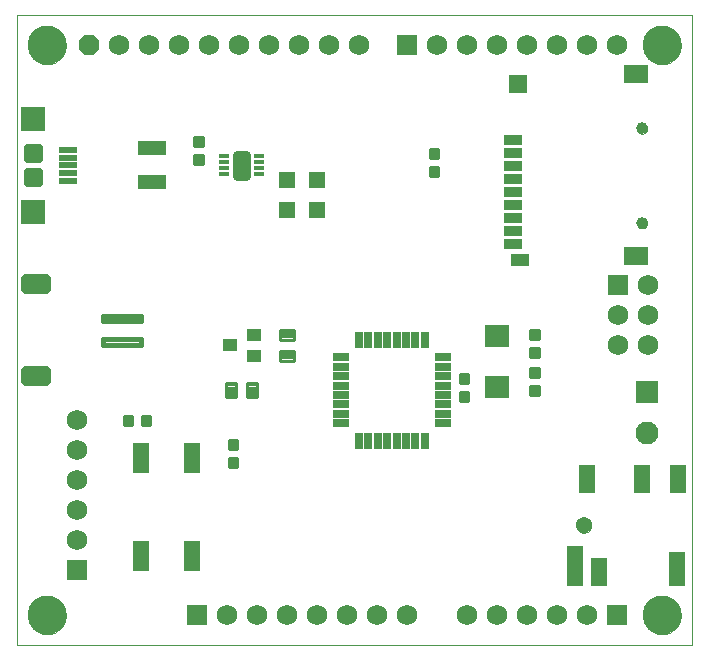
<source format=gts>
G75*
%MOIN*%
%OFA0B0*%
%FSLAX24Y24*%
%IPPOS*%
%LPD*%
%AMOC8*
5,1,8,0,0,1.08239X$1,22.5*
%
%ADD10C,0.0000*%
%ADD11C,0.1300*%
%ADD12R,0.0540X0.0260*%
%ADD13R,0.0260X0.0540*%
%ADD14R,0.0640X0.0340*%
%ADD15R,0.0640X0.0440*%
%ADD16R,0.0840X0.0640*%
%ADD17R,0.0640X0.0640*%
%ADD18C,0.0390*%
%ADD19C,0.0177*%
%ADD20C,0.0335*%
%ADD21C,0.0295*%
%ADD22R,0.0376X0.0158*%
%ADD23C,0.0097*%
%ADD24R,0.0490X0.0440*%
%ADD25R,0.0638X0.0190*%
%ADD26C,0.0192*%
%ADD27R,0.0788X0.0788*%
%ADD28R,0.0690X0.0690*%
%ADD29C,0.0690*%
%ADD30R,0.0540X0.1040*%
%ADD31R,0.0840X0.0740*%
%ADD32R,0.0540X0.1340*%
%ADD33R,0.0540X0.0940*%
%ADD34R,0.0540X0.1140*%
%ADD35C,0.0540*%
%ADD36R,0.0940X0.0490*%
%ADD37R,0.0540X0.0540*%
%ADD38C,0.0110*%
%ADD39R,0.0768X0.0768*%
%ADD40C,0.0768*%
%ADD41OC8,0.0690*%
D10*
X004872Y000861D02*
X027372Y000861D01*
X027372Y021861D01*
X004872Y021861D01*
X004872Y000861D01*
X005242Y001861D02*
X005244Y001911D01*
X005250Y001961D01*
X005260Y002010D01*
X005274Y002058D01*
X005291Y002105D01*
X005312Y002150D01*
X005337Y002194D01*
X005365Y002235D01*
X005397Y002274D01*
X005431Y002311D01*
X005468Y002345D01*
X005508Y002375D01*
X005550Y002402D01*
X005594Y002426D01*
X005640Y002447D01*
X005687Y002463D01*
X005735Y002476D01*
X005785Y002485D01*
X005834Y002490D01*
X005885Y002491D01*
X005935Y002488D01*
X005984Y002481D01*
X006033Y002470D01*
X006081Y002455D01*
X006127Y002437D01*
X006172Y002415D01*
X006215Y002389D01*
X006256Y002360D01*
X006295Y002328D01*
X006331Y002293D01*
X006363Y002255D01*
X006393Y002215D01*
X006420Y002172D01*
X006443Y002128D01*
X006462Y002082D01*
X006478Y002034D01*
X006490Y001985D01*
X006498Y001936D01*
X006502Y001886D01*
X006502Y001836D01*
X006498Y001786D01*
X006490Y001737D01*
X006478Y001688D01*
X006462Y001640D01*
X006443Y001594D01*
X006420Y001550D01*
X006393Y001507D01*
X006363Y001467D01*
X006331Y001429D01*
X006295Y001394D01*
X006256Y001362D01*
X006215Y001333D01*
X006172Y001307D01*
X006127Y001285D01*
X006081Y001267D01*
X006033Y001252D01*
X005984Y001241D01*
X005935Y001234D01*
X005885Y001231D01*
X005834Y001232D01*
X005785Y001237D01*
X005735Y001246D01*
X005687Y001259D01*
X005640Y001275D01*
X005594Y001296D01*
X005550Y001320D01*
X005508Y001347D01*
X005468Y001377D01*
X005431Y001411D01*
X005397Y001448D01*
X005365Y001487D01*
X005337Y001528D01*
X005312Y001572D01*
X005291Y001617D01*
X005274Y001664D01*
X005260Y001712D01*
X005250Y001761D01*
X005244Y001811D01*
X005242Y001861D01*
X023522Y004861D02*
X023524Y004892D01*
X023530Y004923D01*
X023540Y004953D01*
X023553Y004981D01*
X023570Y005008D01*
X023590Y005032D01*
X023613Y005054D01*
X023638Y005072D01*
X023666Y005087D01*
X023695Y005099D01*
X023725Y005107D01*
X023756Y005111D01*
X023788Y005111D01*
X023819Y005107D01*
X023849Y005099D01*
X023878Y005087D01*
X023906Y005072D01*
X023931Y005054D01*
X023954Y005032D01*
X023974Y005008D01*
X023991Y004981D01*
X024004Y004953D01*
X024014Y004923D01*
X024020Y004892D01*
X024022Y004861D01*
X024020Y004830D01*
X024014Y004799D01*
X024004Y004769D01*
X023991Y004741D01*
X023974Y004714D01*
X023954Y004690D01*
X023931Y004668D01*
X023906Y004650D01*
X023878Y004635D01*
X023849Y004623D01*
X023819Y004615D01*
X023788Y004611D01*
X023756Y004611D01*
X023725Y004615D01*
X023695Y004623D01*
X023666Y004635D01*
X023638Y004650D01*
X023613Y004668D01*
X023590Y004690D01*
X023570Y004714D01*
X023553Y004741D01*
X023540Y004769D01*
X023530Y004799D01*
X023524Y004830D01*
X023522Y004861D01*
X025742Y001861D02*
X025744Y001911D01*
X025750Y001961D01*
X025760Y002010D01*
X025774Y002058D01*
X025791Y002105D01*
X025812Y002150D01*
X025837Y002194D01*
X025865Y002235D01*
X025897Y002274D01*
X025931Y002311D01*
X025968Y002345D01*
X026008Y002375D01*
X026050Y002402D01*
X026094Y002426D01*
X026140Y002447D01*
X026187Y002463D01*
X026235Y002476D01*
X026285Y002485D01*
X026334Y002490D01*
X026385Y002491D01*
X026435Y002488D01*
X026484Y002481D01*
X026533Y002470D01*
X026581Y002455D01*
X026627Y002437D01*
X026672Y002415D01*
X026715Y002389D01*
X026756Y002360D01*
X026795Y002328D01*
X026831Y002293D01*
X026863Y002255D01*
X026893Y002215D01*
X026920Y002172D01*
X026943Y002128D01*
X026962Y002082D01*
X026978Y002034D01*
X026990Y001985D01*
X026998Y001936D01*
X027002Y001886D01*
X027002Y001836D01*
X026998Y001786D01*
X026990Y001737D01*
X026978Y001688D01*
X026962Y001640D01*
X026943Y001594D01*
X026920Y001550D01*
X026893Y001507D01*
X026863Y001467D01*
X026831Y001429D01*
X026795Y001394D01*
X026756Y001362D01*
X026715Y001333D01*
X026672Y001307D01*
X026627Y001285D01*
X026581Y001267D01*
X026533Y001252D01*
X026484Y001241D01*
X026435Y001234D01*
X026385Y001231D01*
X026334Y001232D01*
X026285Y001237D01*
X026235Y001246D01*
X026187Y001259D01*
X026140Y001275D01*
X026094Y001296D01*
X026050Y001320D01*
X026008Y001347D01*
X025968Y001377D01*
X025931Y001411D01*
X025897Y001448D01*
X025865Y001487D01*
X025837Y001528D01*
X025812Y001572D01*
X025791Y001617D01*
X025774Y001664D01*
X025760Y001712D01*
X025750Y001761D01*
X025744Y001811D01*
X025742Y001861D01*
X025538Y014937D02*
X025540Y014963D01*
X025546Y014989D01*
X025555Y015013D01*
X025568Y015036D01*
X025585Y015056D01*
X025604Y015074D01*
X025626Y015089D01*
X025649Y015100D01*
X025674Y015108D01*
X025700Y015112D01*
X025726Y015112D01*
X025752Y015108D01*
X025777Y015100D01*
X025801Y015089D01*
X025822Y015074D01*
X025841Y015056D01*
X025858Y015036D01*
X025871Y015013D01*
X025880Y014989D01*
X025886Y014963D01*
X025888Y014937D01*
X025886Y014911D01*
X025880Y014885D01*
X025871Y014861D01*
X025858Y014838D01*
X025841Y014818D01*
X025822Y014800D01*
X025800Y014785D01*
X025777Y014774D01*
X025752Y014766D01*
X025726Y014762D01*
X025700Y014762D01*
X025674Y014766D01*
X025649Y014774D01*
X025625Y014785D01*
X025604Y014800D01*
X025585Y014818D01*
X025568Y014838D01*
X025555Y014861D01*
X025546Y014885D01*
X025540Y014911D01*
X025538Y014937D01*
X025538Y018087D02*
X025540Y018113D01*
X025546Y018139D01*
X025555Y018163D01*
X025568Y018186D01*
X025585Y018206D01*
X025604Y018224D01*
X025626Y018239D01*
X025649Y018250D01*
X025674Y018258D01*
X025700Y018262D01*
X025726Y018262D01*
X025752Y018258D01*
X025777Y018250D01*
X025801Y018239D01*
X025822Y018224D01*
X025841Y018206D01*
X025858Y018186D01*
X025871Y018163D01*
X025880Y018139D01*
X025886Y018113D01*
X025888Y018087D01*
X025886Y018061D01*
X025880Y018035D01*
X025871Y018011D01*
X025858Y017988D01*
X025841Y017968D01*
X025822Y017950D01*
X025800Y017935D01*
X025777Y017924D01*
X025752Y017916D01*
X025726Y017912D01*
X025700Y017912D01*
X025674Y017916D01*
X025649Y017924D01*
X025625Y017935D01*
X025604Y017950D01*
X025585Y017968D01*
X025568Y017988D01*
X025555Y018011D01*
X025546Y018035D01*
X025540Y018061D01*
X025538Y018087D01*
X025742Y020861D02*
X025744Y020911D01*
X025750Y020961D01*
X025760Y021010D01*
X025774Y021058D01*
X025791Y021105D01*
X025812Y021150D01*
X025837Y021194D01*
X025865Y021235D01*
X025897Y021274D01*
X025931Y021311D01*
X025968Y021345D01*
X026008Y021375D01*
X026050Y021402D01*
X026094Y021426D01*
X026140Y021447D01*
X026187Y021463D01*
X026235Y021476D01*
X026285Y021485D01*
X026334Y021490D01*
X026385Y021491D01*
X026435Y021488D01*
X026484Y021481D01*
X026533Y021470D01*
X026581Y021455D01*
X026627Y021437D01*
X026672Y021415D01*
X026715Y021389D01*
X026756Y021360D01*
X026795Y021328D01*
X026831Y021293D01*
X026863Y021255D01*
X026893Y021215D01*
X026920Y021172D01*
X026943Y021128D01*
X026962Y021082D01*
X026978Y021034D01*
X026990Y020985D01*
X026998Y020936D01*
X027002Y020886D01*
X027002Y020836D01*
X026998Y020786D01*
X026990Y020737D01*
X026978Y020688D01*
X026962Y020640D01*
X026943Y020594D01*
X026920Y020550D01*
X026893Y020507D01*
X026863Y020467D01*
X026831Y020429D01*
X026795Y020394D01*
X026756Y020362D01*
X026715Y020333D01*
X026672Y020307D01*
X026627Y020285D01*
X026581Y020267D01*
X026533Y020252D01*
X026484Y020241D01*
X026435Y020234D01*
X026385Y020231D01*
X026334Y020232D01*
X026285Y020237D01*
X026235Y020246D01*
X026187Y020259D01*
X026140Y020275D01*
X026094Y020296D01*
X026050Y020320D01*
X026008Y020347D01*
X025968Y020377D01*
X025931Y020411D01*
X025897Y020448D01*
X025865Y020487D01*
X025837Y020528D01*
X025812Y020572D01*
X025791Y020617D01*
X025774Y020664D01*
X025760Y020712D01*
X025750Y020761D01*
X025744Y020811D01*
X025742Y020861D01*
X005242Y020861D02*
X005244Y020911D01*
X005250Y020961D01*
X005260Y021010D01*
X005274Y021058D01*
X005291Y021105D01*
X005312Y021150D01*
X005337Y021194D01*
X005365Y021235D01*
X005397Y021274D01*
X005431Y021311D01*
X005468Y021345D01*
X005508Y021375D01*
X005550Y021402D01*
X005594Y021426D01*
X005640Y021447D01*
X005687Y021463D01*
X005735Y021476D01*
X005785Y021485D01*
X005834Y021490D01*
X005885Y021491D01*
X005935Y021488D01*
X005984Y021481D01*
X006033Y021470D01*
X006081Y021455D01*
X006127Y021437D01*
X006172Y021415D01*
X006215Y021389D01*
X006256Y021360D01*
X006295Y021328D01*
X006331Y021293D01*
X006363Y021255D01*
X006393Y021215D01*
X006420Y021172D01*
X006443Y021128D01*
X006462Y021082D01*
X006478Y021034D01*
X006490Y020985D01*
X006498Y020936D01*
X006502Y020886D01*
X006502Y020836D01*
X006498Y020786D01*
X006490Y020737D01*
X006478Y020688D01*
X006462Y020640D01*
X006443Y020594D01*
X006420Y020550D01*
X006393Y020507D01*
X006363Y020467D01*
X006331Y020429D01*
X006295Y020394D01*
X006256Y020362D01*
X006215Y020333D01*
X006172Y020307D01*
X006127Y020285D01*
X006081Y020267D01*
X006033Y020252D01*
X005984Y020241D01*
X005935Y020234D01*
X005885Y020231D01*
X005834Y020232D01*
X005785Y020237D01*
X005735Y020246D01*
X005687Y020259D01*
X005640Y020275D01*
X005594Y020296D01*
X005550Y020320D01*
X005508Y020347D01*
X005468Y020377D01*
X005431Y020411D01*
X005397Y020448D01*
X005365Y020487D01*
X005337Y020528D01*
X005312Y020572D01*
X005291Y020617D01*
X005274Y020664D01*
X005260Y020712D01*
X005250Y020761D01*
X005244Y020811D01*
X005242Y020861D01*
D11*
X005872Y020861D03*
X026372Y020861D03*
X026372Y001861D03*
X005872Y001861D03*
D12*
X015682Y008258D03*
X015682Y008573D03*
X015682Y008888D03*
X015682Y009203D03*
X015682Y009518D03*
X015682Y009833D03*
X015682Y010148D03*
X015682Y010463D03*
X019062Y010463D03*
X019062Y010148D03*
X019062Y009833D03*
X019062Y009518D03*
X019062Y009203D03*
X019062Y008888D03*
X019062Y008573D03*
X019062Y008258D03*
D13*
X018474Y007671D03*
X018159Y007671D03*
X017844Y007671D03*
X017529Y007671D03*
X017214Y007671D03*
X016900Y007671D03*
X016585Y007671D03*
X016270Y007671D03*
X016270Y011051D03*
X016585Y011051D03*
X016900Y011051D03*
X017214Y011051D03*
X017529Y011051D03*
X017844Y011051D03*
X018159Y011051D03*
X018474Y011051D03*
D14*
X021422Y014228D03*
X021422Y014661D03*
X021422Y015095D03*
X021422Y015528D03*
X021422Y015961D03*
X021422Y016394D03*
X021422Y016827D03*
X021422Y017260D03*
X021422Y017693D03*
D15*
X021658Y013698D03*
D16*
X025506Y013835D03*
X025506Y019898D03*
D17*
X021576Y019575D03*
D18*
X025713Y018087D03*
X025713Y014937D03*
D19*
X009012Y011665D02*
X007732Y011665D01*
X007732Y011843D01*
X009012Y011843D01*
X009012Y011665D01*
X009012Y011841D02*
X007732Y011841D01*
X007732Y010878D02*
X009012Y010878D01*
X007732Y010878D02*
X007732Y011056D01*
X009012Y011056D01*
X009012Y010878D01*
X009012Y011054D02*
X007732Y011054D01*
D20*
X005838Y009657D02*
X005188Y009657D01*
X005188Y009993D01*
X005838Y009993D01*
X005838Y009657D01*
X005838Y009991D02*
X005188Y009991D01*
X005188Y012728D02*
X005838Y012728D01*
X005188Y012728D02*
X005188Y013064D01*
X005838Y013064D01*
X005838Y012728D01*
X005838Y013062D02*
X005188Y013062D01*
D21*
X012224Y016513D02*
X012224Y017209D01*
X012520Y017209D01*
X012520Y016513D01*
X012224Y016513D01*
X012224Y016807D02*
X012520Y016807D01*
X012520Y017101D02*
X012224Y017101D01*
D22*
X011790Y017156D03*
X011790Y016959D03*
X011790Y016762D03*
X011790Y016565D03*
X012953Y016565D03*
X012953Y016762D03*
X012953Y016959D03*
X012953Y017156D03*
D23*
X010776Y017207D02*
X010776Y016915D01*
X010776Y017207D02*
X011068Y017207D01*
X011068Y016915D01*
X010776Y016915D01*
X010776Y017012D02*
X011068Y017012D01*
X011068Y017109D02*
X010776Y017109D01*
X010776Y017206D02*
X011068Y017206D01*
X010776Y017515D02*
X010776Y017807D01*
X011068Y017807D01*
X011068Y017515D01*
X010776Y017515D01*
X010776Y017612D02*
X011068Y017612D01*
X011068Y017709D02*
X010776Y017709D01*
X010776Y017806D02*
X011068Y017806D01*
X018918Y017407D02*
X018918Y017115D01*
X018626Y017115D01*
X018626Y017407D01*
X018918Y017407D01*
X018918Y017212D02*
X018626Y017212D01*
X018626Y017309D02*
X018918Y017309D01*
X018918Y017406D02*
X018626Y017406D01*
X018918Y016807D02*
X018918Y016515D01*
X018626Y016515D01*
X018626Y016807D01*
X018918Y016807D01*
X018918Y016612D02*
X018626Y016612D01*
X018626Y016709D02*
X018918Y016709D01*
X018918Y016806D02*
X018626Y016806D01*
X022268Y011357D02*
X022268Y011065D01*
X021976Y011065D01*
X021976Y011357D01*
X022268Y011357D01*
X022268Y011162D02*
X021976Y011162D01*
X021976Y011259D02*
X022268Y011259D01*
X022268Y011356D02*
X021976Y011356D01*
X022268Y010757D02*
X022268Y010465D01*
X021976Y010465D01*
X021976Y010757D01*
X022268Y010757D01*
X022268Y010562D02*
X021976Y010562D01*
X021976Y010659D02*
X022268Y010659D01*
X022268Y010756D02*
X021976Y010756D01*
X021976Y010107D02*
X021976Y009815D01*
X021976Y010107D02*
X022268Y010107D01*
X022268Y009815D01*
X021976Y009815D01*
X021976Y009912D02*
X022268Y009912D01*
X022268Y010009D02*
X021976Y010009D01*
X021976Y010106D02*
X022268Y010106D01*
X021976Y009507D02*
X021976Y009215D01*
X021976Y009507D02*
X022268Y009507D01*
X022268Y009215D01*
X021976Y009215D01*
X021976Y009312D02*
X022268Y009312D01*
X022268Y009409D02*
X021976Y009409D01*
X021976Y009506D02*
X022268Y009506D01*
X019918Y009615D02*
X019918Y009907D01*
X019918Y009615D02*
X019626Y009615D01*
X019626Y009907D01*
X019918Y009907D01*
X019918Y009712D02*
X019626Y009712D01*
X019626Y009809D02*
X019918Y009809D01*
X019918Y009906D02*
X019626Y009906D01*
X019918Y009307D02*
X019918Y009015D01*
X019626Y009015D01*
X019626Y009307D01*
X019918Y009307D01*
X019918Y009112D02*
X019626Y009112D01*
X019626Y009209D02*
X019918Y009209D01*
X019918Y009306D02*
X019626Y009306D01*
X011926Y007707D02*
X011926Y007415D01*
X011926Y007707D02*
X012218Y007707D01*
X012218Y007415D01*
X011926Y007415D01*
X011926Y007512D02*
X012218Y007512D01*
X012218Y007609D02*
X011926Y007609D01*
X011926Y007706D02*
X012218Y007706D01*
X011926Y007107D02*
X011926Y006815D01*
X011926Y007107D02*
X012218Y007107D01*
X012218Y006815D01*
X011926Y006815D01*
X011926Y006912D02*
X012218Y006912D01*
X012218Y007009D02*
X011926Y007009D01*
X011926Y007106D02*
X012218Y007106D01*
X009318Y008215D02*
X009026Y008215D01*
X009026Y008507D01*
X009318Y008507D01*
X009318Y008215D01*
X009318Y008312D02*
X009026Y008312D01*
X009026Y008409D02*
X009318Y008409D01*
X009318Y008506D02*
X009026Y008506D01*
X008718Y008215D02*
X008426Y008215D01*
X008426Y008507D01*
X008718Y008507D01*
X008718Y008215D01*
X008718Y008312D02*
X008426Y008312D01*
X008426Y008409D02*
X008718Y008409D01*
X008718Y008506D02*
X008426Y008506D01*
D24*
X011972Y010861D03*
X012772Y011211D03*
X012772Y010511D03*
D25*
X006572Y016349D03*
X006572Y016605D03*
X006572Y016861D03*
X006572Y017117D03*
X006572Y017372D03*
D26*
X005198Y017485D02*
X005198Y017037D01*
X005198Y017485D02*
X005646Y017485D01*
X005646Y017037D01*
X005198Y017037D01*
X005198Y017228D02*
X005646Y017228D01*
X005646Y017419D02*
X005198Y017419D01*
X005198Y016685D02*
X005198Y016237D01*
X005198Y016685D02*
X005646Y016685D01*
X005646Y016237D01*
X005198Y016237D01*
X005198Y016428D02*
X005646Y016428D01*
X005646Y016619D02*
X005198Y016619D01*
D27*
X005422Y015306D03*
X005422Y018416D03*
D28*
X017872Y020861D03*
X024922Y012861D03*
X024872Y001861D03*
X010872Y001861D03*
X006872Y003361D03*
D29*
X006872Y004361D03*
X006872Y005361D03*
X006872Y006361D03*
X006872Y007361D03*
X006872Y008361D03*
X011872Y001861D03*
X012872Y001861D03*
X013872Y001861D03*
X014872Y001861D03*
X015872Y001861D03*
X016872Y001861D03*
X017872Y001861D03*
X019872Y001861D03*
X020872Y001861D03*
X021872Y001861D03*
X022872Y001861D03*
X023872Y001861D03*
X024922Y010861D03*
X025922Y010861D03*
X025922Y011861D03*
X024922Y011861D03*
X025922Y012861D03*
X024872Y020861D03*
X023872Y020861D03*
X022872Y020861D03*
X021872Y020861D03*
X020872Y020861D03*
X019872Y020861D03*
X018872Y020861D03*
X016272Y020861D03*
X015272Y020861D03*
X014272Y020861D03*
X013272Y020861D03*
X012272Y020861D03*
X011272Y020861D03*
X010272Y020861D03*
X009272Y020861D03*
X008272Y020861D03*
D30*
X009022Y007086D03*
X010722Y007086D03*
X010722Y003835D03*
X009022Y003835D03*
D31*
X020872Y009461D03*
X020872Y011161D03*
D32*
X023472Y003511D03*
D33*
X024272Y003311D03*
X023872Y006411D03*
X025722Y006411D03*
X026922Y006411D03*
D34*
X026872Y003411D03*
D35*
X023772Y004861D03*
D36*
X009372Y016286D03*
X009372Y017436D03*
D37*
X013872Y016361D03*
X014872Y016361D03*
X014872Y015361D03*
X013872Y015361D03*
D38*
X014112Y011376D02*
X014112Y011046D01*
X013632Y011046D01*
X013632Y011376D01*
X014112Y011376D01*
X014112Y011155D02*
X013632Y011155D01*
X013632Y011264D02*
X014112Y011264D01*
X014112Y011373D02*
X013632Y011373D01*
X014112Y010676D02*
X014112Y010346D01*
X013632Y010346D01*
X013632Y010676D01*
X014112Y010676D01*
X014112Y010455D02*
X013632Y010455D01*
X013632Y010564D02*
X014112Y010564D01*
X014112Y010673D02*
X013632Y010673D01*
X012887Y009601D02*
X012557Y009601D01*
X012887Y009601D02*
X012887Y009121D01*
X012557Y009121D01*
X012557Y009601D01*
X012557Y009230D02*
X012887Y009230D01*
X012887Y009339D02*
X012557Y009339D01*
X012557Y009448D02*
X012887Y009448D01*
X012887Y009557D02*
X012557Y009557D01*
X012187Y009601D02*
X011857Y009601D01*
X012187Y009601D02*
X012187Y009121D01*
X011857Y009121D01*
X011857Y009601D01*
X011857Y009230D02*
X012187Y009230D01*
X012187Y009339D02*
X011857Y009339D01*
X011857Y009448D02*
X012187Y009448D01*
X012187Y009557D02*
X011857Y009557D01*
D39*
X025872Y009300D03*
D40*
X025872Y007922D03*
D41*
X007272Y020861D03*
M02*

</source>
